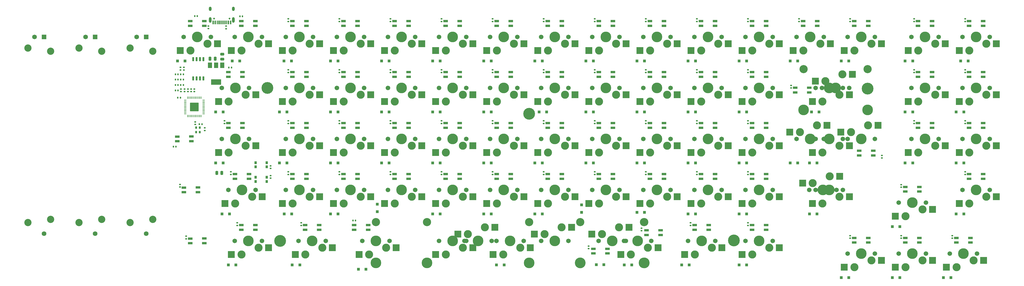
<source format=gbs>
G04 #@! TF.GenerationSoftware,KiCad,Pcbnew,6.0.2*
G04 #@! TF.CreationDate,2022-03-08T20:49:10-05:00*
G04 #@! TF.ProjectId,TbKB,54624b42-2e6b-4696-9361-645f70636258,0.0*
G04 #@! TF.SameCoordinates,Original*
G04 #@! TF.FileFunction,Soldermask,Bot*
G04 #@! TF.FilePolarity,Negative*
%FSLAX46Y46*%
G04 Gerber Fmt 4.6, Leading zero omitted, Abs format (unit mm)*
G04 Created by KiCad (PCBNEW 6.0.2) date 2022-03-08 20:49:10*
%MOMM*%
%LPD*%
G01*
G04 APERTURE LIST*
G04 Aperture macros list*
%AMRoundRect*
0 Rectangle with rounded corners*
0 $1 Rounding radius*
0 $2 $3 $4 $5 $6 $7 $8 $9 X,Y pos of 4 corners*
0 Add a 4 corners polygon primitive as box body*
4,1,4,$2,$3,$4,$5,$6,$7,$8,$9,$2,$3,0*
0 Add four circle primitives for the rounded corners*
1,1,$1+$1,$2,$3*
1,1,$1+$1,$4,$5*
1,1,$1+$1,$6,$7*
1,1,$1+$1,$8,$9*
0 Add four rect primitives between the rounded corners*
20,1,$1+$1,$2,$3,$4,$5,0*
20,1,$1+$1,$4,$5,$6,$7,0*
20,1,$1+$1,$6,$7,$8,$9,0*
20,1,$1+$1,$8,$9,$2,$3,0*%
G04 Aperture macros list end*
%ADD10O,1.000000X1.600000*%
%ADD11O,1.000000X2.100000*%
%ADD12R,0.600000X1.450000*%
%ADD13R,0.300000X1.450000*%
%ADD14C,0.650000*%
%ADD15R,1.800000X0.820000*%
%ADD16R,1.800000X0.850000*%
%ADD17C,3.987800*%
%ADD18C,3.000000*%
%ADD19C,1.701800*%
%ADD20R,2.550000X2.500000*%
%ADD21R,1.750000X1.750000*%
%ADD22C,1.750000*%
%ADD23C,2.700000*%
%ADD24C,3.048000*%
%ADD25C,3.050000*%
%ADD26C,4.000000*%
%ADD27RoundRect,0.140000X-0.170000X0.140000X-0.170000X-0.140000X0.170000X-0.140000X0.170000X0.140000X0*%
%ADD28RoundRect,0.250000X0.250000X0.475000X-0.250000X0.475000X-0.250000X-0.475000X0.250000X-0.475000X0*%
%ADD29R,1.100000X1.100000*%
%ADD30R,1.500000X2.000000*%
%ADD31R,3.800000X2.000000*%
%ADD32RoundRect,0.140000X-0.140000X-0.170000X0.140000X-0.170000X0.140000X0.170000X-0.140000X0.170000X0*%
%ADD33C,0.700000*%
%ADD34C,4.400000*%
%ADD35RoundRect,0.140000X0.170000X-0.140000X0.170000X0.140000X-0.170000X0.140000X-0.170000X-0.140000X0*%
%ADD36RoundRect,0.140000X0.140000X0.170000X-0.140000X0.170000X-0.140000X-0.170000X0.140000X-0.170000X0*%
%ADD37R,0.900000X1.000000*%
%ADD38RoundRect,0.150000X-0.150000X0.650000X-0.150000X-0.650000X0.150000X-0.650000X0.150000X0.650000X0*%
%ADD39R,0.660400X0.812800*%
%ADD40RoundRect,0.250000X0.475000X-0.250000X0.475000X0.250000X-0.475000X0.250000X-0.475000X-0.250000X0*%
%ADD41RoundRect,0.050000X0.387500X0.050000X-0.387500X0.050000X-0.387500X-0.050000X0.387500X-0.050000X0*%
%ADD42RoundRect,0.050000X0.050000X0.387500X-0.050000X0.387500X-0.050000X-0.387500X0.050000X-0.387500X0*%
%ADD43RoundRect,0.144000X1.456000X1.456000X-1.456000X1.456000X-1.456000X-1.456000X1.456000X-1.456000X0*%
G04 APERTURE END LIST*
D10*
G04 #@! TO.C,X1*
X108770000Y-23550000D03*
D11*
X108770000Y-27730000D03*
X100130000Y-27730000D03*
D10*
X100130000Y-23550000D03*
D12*
X101200000Y-28645000D03*
X102000000Y-28645000D03*
D13*
X102700000Y-28645000D03*
X103700000Y-28645000D03*
X105200000Y-28645000D03*
X106200000Y-28645000D03*
D12*
X106900000Y-28645000D03*
X107700000Y-28645000D03*
X107700000Y-28645000D03*
X106900000Y-28645000D03*
D13*
X105700000Y-28645000D03*
X104700000Y-28645000D03*
X104200000Y-28645000D03*
X103200000Y-28645000D03*
D12*
X102000000Y-28645000D03*
X101200000Y-28645000D03*
D14*
X101560000Y-27200000D03*
X107340000Y-27200000D03*
G04 #@! TD*
D15*
G04 #@! TO.C,D118*
X243025000Y-114932500D03*
X248275000Y-114932500D03*
D16*
X248275000Y-113177500D03*
D15*
X243025000Y-113182500D03*
G04 #@! TD*
G04 #@! TO.C,D130*
X206925118Y-29907500D03*
X212175118Y-29907500D03*
D16*
X212175118Y-28152500D03*
D15*
X206925118Y-28157500D03*
G04 #@! TD*
D17*
G04 #@! TO.C,K_47*
X111918750Y-91187500D03*
D18*
X115728750Y-93727500D03*
X109378750Y-96267500D03*
D19*
X116998750Y-91187500D03*
X106838750Y-91187500D03*
D20*
X105628750Y-96267500D03*
X119478750Y-93727500D03*
G04 #@! TD*
D18*
G04 #@! TO.C,K_57*
X302260000Y-96267500D03*
D19*
X309880000Y-91187500D03*
D18*
X308610000Y-93727500D03*
D17*
X304800000Y-91187500D03*
D19*
X299720000Y-91187500D03*
D20*
X298510000Y-96267500D03*
X312360000Y-93727500D03*
G04 #@! TD*
D18*
G04 #@! TO.C,K_4*
X168910000Y-39117500D03*
D17*
X171450000Y-34037500D03*
D19*
X166370000Y-34037500D03*
X176530000Y-34037500D03*
D18*
X175260000Y-36577500D03*
D20*
X165160000Y-39117500D03*
X179010000Y-36577500D03*
G04 #@! TD*
D19*
G04 #@! TO.C,K_12*
X318770000Y-34037500D03*
D18*
X327660000Y-36577500D03*
D19*
X328930000Y-34037500D03*
D18*
X321310000Y-39117500D03*
D17*
X323850000Y-34037500D03*
D20*
X317560000Y-39117500D03*
X331410000Y-36577500D03*
G04 #@! TD*
D15*
G04 #@! TO.C,D131*
X340275118Y-29907500D03*
X345525118Y-29907500D03*
D16*
X345525118Y-28152500D03*
D15*
X340275118Y-28157500D03*
G04 #@! TD*
G04 #@! TO.C,D78*
X383137618Y-87057500D03*
X388387618Y-87057500D03*
D16*
X388387618Y-85302500D03*
D15*
X383137618Y-85307500D03*
G04 #@! TD*
D19*
G04 #@! TO.C,K_39*
X271780000Y-72137500D03*
D18*
X264160000Y-77217500D03*
D17*
X266700000Y-72137500D03*
D18*
X270510000Y-74677500D03*
D19*
X261620000Y-72137500D03*
D20*
X260410000Y-77217500D03*
X274260000Y-74677500D03*
G04 #@! TD*
D18*
G04 #@! TO.C,K_55*
X270510000Y-93727500D03*
D19*
X261620000Y-91187500D03*
D18*
X264160000Y-96267500D03*
D19*
X271780000Y-91187500D03*
D17*
X266700000Y-91187500D03*
D20*
X260410000Y-96267500D03*
X274260000Y-93727500D03*
G04 #@! TD*
D15*
G04 #@! TO.C,D120*
X187875118Y-29907500D03*
X193125118Y-29907500D03*
D16*
X193125118Y-28152500D03*
D15*
X187875118Y-28157500D03*
G04 #@! TD*
G04 #@! TO.C,D125*
X302175118Y-68007500D03*
X307425118Y-68007500D03*
D16*
X307425118Y-66252500D03*
D15*
X302175118Y-66257500D03*
G04 #@! TD*
G04 #@! TO.C,D83*
X225975118Y-48957500D03*
X231225118Y-48957500D03*
D16*
X231225118Y-47202500D03*
D15*
X225975118Y-47207500D03*
G04 #@! TD*
G04 #@! TO.C,D137*
X359325118Y-91820000D03*
X364575118Y-91820000D03*
D16*
X364575118Y-90065000D03*
D15*
X359325118Y-90070000D03*
G04 #@! TD*
G04 #@! TO.C,D135*
X347405000Y-76575000D03*
X342155000Y-76575000D03*
D16*
X342155000Y-78330000D03*
D15*
X347405000Y-78325000D03*
G04 #@! TD*
G04 #@! TO.C,D121*
X321225118Y-29907500D03*
X326475118Y-29907500D03*
D16*
X326475118Y-28152500D03*
D15*
X321225118Y-28157500D03*
G04 #@! TD*
G04 #@! TO.C,D129*
X90243868Y-92062500D03*
X95493868Y-92062500D03*
D16*
X95493868Y-90307500D03*
D15*
X90243868Y-90312500D03*
G04 #@! TD*
D19*
G04 #@! TO.C,K_5*
X195580000Y-34037500D03*
X185420000Y-34037500D03*
D18*
X187960000Y-39117500D03*
X194310000Y-36577500D03*
D17*
X190500000Y-34037500D03*
D20*
X184210000Y-39117500D03*
X198060000Y-36577500D03*
G04 #@! TD*
D15*
G04 #@! TO.C,D111*
X302175118Y-29907500D03*
X307425118Y-29907500D03*
D16*
X307425118Y-28152500D03*
D15*
X302175118Y-28157500D03*
G04 #@! TD*
G04 #@! TO.C,D112*
X149775118Y-48957500D03*
X155025118Y-48957500D03*
D16*
X155025118Y-47202500D03*
D15*
X149775118Y-47207500D03*
G04 #@! TD*
G04 #@! TO.C,D76*
X364087618Y-68007500D03*
X369337618Y-68007500D03*
D16*
X369337618Y-66252500D03*
D15*
X364087618Y-66257500D03*
G04 #@! TD*
D19*
G04 #@! TO.C,K_16*
X104457500Y-53087500D03*
D18*
X106997500Y-58167500D03*
D17*
X109537500Y-53087500D03*
D18*
X113347500Y-55627500D03*
D19*
X114617500Y-53087500D03*
D20*
X103247500Y-58167500D03*
X117097500Y-55627500D03*
G04 #@! TD*
D18*
G04 #@! TO.C,K_26*
X302260000Y-58167500D03*
D19*
X299720000Y-53087500D03*
X309880000Y-53087500D03*
D17*
X304800000Y-53087500D03*
D18*
X308610000Y-55627500D03*
D20*
X298510000Y-58167500D03*
X312360000Y-55627500D03*
G04 #@! TD*
D18*
G04 #@! TO.C,K_63*
X141922500Y-112777500D03*
D19*
X133032500Y-110237500D03*
X143192500Y-110237500D03*
D17*
X138112500Y-110237500D03*
D18*
X135572500Y-115317500D03*
D20*
X131822500Y-115317500D03*
X145672500Y-112777500D03*
G04 #@! TD*
D15*
G04 #@! TO.C,D95*
X245025118Y-68007500D03*
X250275118Y-68007500D03*
D16*
X250275118Y-66252500D03*
D15*
X245025118Y-66257500D03*
G04 #@! TD*
G04 #@! TO.C,D104*
X130725118Y-68007500D03*
X135975118Y-68007500D03*
D16*
X135975118Y-66252500D03*
D15*
X130725118Y-66257500D03*
G04 #@! TD*
G04 #@! TO.C,D90*
X130725118Y-29912500D03*
X135975118Y-29912500D03*
D16*
X135975118Y-28157500D03*
D15*
X130725118Y-28162500D03*
G04 #@! TD*
D19*
G04 #@! TO.C,K_66*
X244951250Y-110237500D03*
D17*
X250031250Y-110237500D03*
D18*
X246221250Y-107697500D03*
X252571250Y-105157500D03*
D19*
X255111250Y-110237500D03*
D20*
X256321250Y-105157500D03*
X242471250Y-107697500D03*
G04 #@! TD*
D19*
G04 #@! TO.C,K_28*
X338455000Y-53087500D03*
D18*
X335915000Y-48007500D03*
X329565000Y-50547500D03*
D19*
X328295000Y-53087500D03*
D17*
X333375000Y-53087500D03*
D20*
X339665000Y-48007500D03*
X325815000Y-50547500D03*
G04 #@! TD*
D19*
G04 #@! TO.C,K_8*
X242570000Y-34037500D03*
X252730000Y-34037500D03*
D18*
X251460000Y-36577500D03*
D17*
X247650000Y-34037500D03*
D18*
X245110000Y-39117500D03*
D20*
X241360000Y-39117500D03*
X255210000Y-36577500D03*
G04 #@! TD*
D19*
G04 #@! TO.C,K_64*
X167005000Y-110237500D03*
X156845000Y-110237500D03*
D17*
X161925000Y-110237500D03*
D18*
X159385000Y-115317500D03*
X165735000Y-112777500D03*
D20*
X155635000Y-115317500D03*
X169485000Y-112777500D03*
G04 #@! TD*
D15*
G04 #@! TO.C,D94*
X106912618Y-68007500D03*
X112162618Y-68007500D03*
D16*
X112162618Y-66252500D03*
D15*
X106912618Y-66257500D03*
G04 #@! TD*
D19*
G04 #@! TO.C,K_59*
X325913750Y-91187500D03*
D18*
X334803750Y-93727500D03*
X328453750Y-96267500D03*
D17*
X330993750Y-91187500D03*
D19*
X336073750Y-91187500D03*
D20*
X324703750Y-96267500D03*
X338553750Y-93727500D03*
G04 #@! TD*
D17*
G04 #@! TO.C,K_65*
X228600000Y-110237500D03*
D19*
X233680000Y-110237500D03*
X223520000Y-110237500D03*
D18*
X231140000Y-105157500D03*
X224790000Y-107697500D03*
D20*
X234890000Y-105157500D03*
X221040000Y-107697500D03*
G04 #@! TD*
D15*
G04 #@! TO.C,D87*
X225975118Y-87057500D03*
X231225118Y-87057500D03*
D16*
X231225118Y-85302500D03*
D15*
X225975118Y-85307500D03*
G04 #@! TD*
D17*
G04 #@! TO.C,K_10*
X285750000Y-34037500D03*
D18*
X283210000Y-39117500D03*
X289560000Y-36577500D03*
D19*
X280670000Y-34037500D03*
X290830000Y-34037500D03*
D20*
X279460000Y-39117500D03*
X293310000Y-36577500D03*
G04 #@! TD*
D15*
G04 #@! TO.C,D100*
X149775118Y-29907500D03*
X155025118Y-29907500D03*
D16*
X155025118Y-28152500D03*
D15*
X149775118Y-28157500D03*
G04 #@! TD*
D19*
G04 #@! TO.C,K_20*
X185420000Y-53087500D03*
D18*
X187960000Y-58167500D03*
D17*
X190500000Y-53087500D03*
D18*
X194310000Y-55627500D03*
D19*
X195580000Y-53087500D03*
D20*
X184210000Y-58167500D03*
X198060000Y-55627500D03*
G04 #@! TD*
D15*
G04 #@! TO.C,D71*
X225975118Y-29907500D03*
X231225118Y-29907500D03*
D16*
X231225118Y-28152500D03*
D15*
X225975118Y-28157500D03*
G04 #@! TD*
D18*
G04 #@! TO.C,K_38*
X245110000Y-77217500D03*
D17*
X247650000Y-72137500D03*
D18*
X251460000Y-74677500D03*
D19*
X252730000Y-72137500D03*
X242570000Y-72137500D03*
D20*
X241360000Y-77217500D03*
X255210000Y-74677500D03*
G04 #@! TD*
D18*
G04 #@! TO.C,K_24*
X270510000Y-55627500D03*
D17*
X266700000Y-53087500D03*
D19*
X261620000Y-53087500D03*
D18*
X264160000Y-58167500D03*
D19*
X271780000Y-53087500D03*
D20*
X260410000Y-58167500D03*
X274260000Y-55627500D03*
G04 #@! TD*
D18*
G04 #@! TO.C,K_69*
X308610000Y-112777500D03*
D17*
X304800000Y-110237500D03*
D19*
X299720000Y-110237500D03*
D18*
X302260000Y-115317500D03*
D19*
X309880000Y-110237500D03*
D20*
X298510000Y-115317500D03*
X312360000Y-112777500D03*
G04 #@! TD*
D15*
G04 #@! TO.C,D107*
X264075118Y-87057500D03*
X269325118Y-87057500D03*
D16*
X269325118Y-85302500D03*
D15*
X264075118Y-85307500D03*
G04 #@! TD*
D19*
G04 #@! TO.C,K_27*
X325913750Y-53087500D03*
D17*
X330993750Y-53087500D03*
D18*
X334803750Y-55627500D03*
D19*
X336073750Y-53087500D03*
D18*
X328453750Y-58167500D03*
D20*
X324703750Y-58167500D03*
X338553750Y-55627500D03*
G04 #@! TD*
D17*
G04 #@! TO.C,K_1*
X114300000Y-34037500D03*
D19*
X119380000Y-34037500D03*
X109220000Y-34037500D03*
D18*
X111760000Y-39117500D03*
X118110000Y-36577500D03*
D20*
X108010000Y-39117500D03*
X121860000Y-36577500D03*
G04 #@! TD*
D15*
G04 #@! TO.C,D128*
X262825000Y-108032500D03*
X268075000Y-108032500D03*
D16*
X268075000Y-106277500D03*
D15*
X262825000Y-106282500D03*
G04 #@! TD*
G04 #@! TO.C,D70*
X97875118Y-28162500D03*
X92625118Y-28162500D03*
D16*
X92625118Y-29917500D03*
D15*
X97875118Y-29912500D03*
G04 #@! TD*
D18*
G04 #@! TO.C,K_53*
X232410000Y-93727500D03*
D19*
X233680000Y-91187500D03*
X223520000Y-91187500D03*
D17*
X228600000Y-91187500D03*
D18*
X226060000Y-96267500D03*
D20*
X222310000Y-96267500D03*
X236160000Y-93727500D03*
G04 #@! TD*
D15*
G04 #@! TO.C,D97*
X245025118Y-87057500D03*
X250275118Y-87057500D03*
D16*
X250275118Y-85302500D03*
D15*
X245025118Y-85307500D03*
G04 #@! TD*
G04 #@! TO.C,D72*
X364087618Y-29907500D03*
X369337618Y-29907500D03*
D16*
X369337618Y-28152500D03*
D15*
X364087618Y-28157500D03*
G04 #@! TD*
G04 #@! TO.C,D119*
X92625118Y-111112500D03*
X97875118Y-111112500D03*
D16*
X97875118Y-109357500D03*
D15*
X92625118Y-109362500D03*
G04 #@! TD*
D21*
G04 #@! TO.C,RV1*
X76200000Y-34037500D03*
D22*
X72700000Y-34037500D03*
X76200000Y-107537500D03*
D23*
X70250000Y-103387500D03*
X78650000Y-102187500D03*
X70250000Y-38187500D03*
X78650000Y-39387500D03*
G04 #@! TD*
D15*
G04 #@! TO.C,D84*
X383137618Y-48957500D03*
X388387618Y-48957500D03*
D16*
X388387618Y-47202500D03*
D15*
X383137618Y-47207500D03*
G04 #@! TD*
G04 #@! TO.C,D85*
X225975118Y-68007500D03*
X231225118Y-68007500D03*
D16*
X231225118Y-66252500D03*
D15*
X225975118Y-66257500D03*
G04 #@! TD*
D18*
G04 #@! TO.C,K_space1*
X209391250Y-115317500D03*
D19*
X206851250Y-110237500D03*
D18*
X215741250Y-112777500D03*
D19*
X217011250Y-110237500D03*
D17*
X211931250Y-110237500D03*
D20*
X205641250Y-115317500D03*
X219491250Y-112777500D03*
G04 #@! TD*
D19*
G04 #@! TO.C,K_51*
X195580000Y-91187500D03*
D18*
X194310000Y-93727500D03*
D17*
X190500000Y-91187500D03*
D18*
X187960000Y-96267500D03*
D19*
X185420000Y-91187500D03*
D20*
X184210000Y-96267500D03*
X198060000Y-93727500D03*
G04 #@! TD*
D19*
G04 #@! TO.C,K_49*
X157480000Y-91187500D03*
X147320000Y-91187500D03*
D17*
X152400000Y-91187500D03*
D18*
X156210000Y-93727500D03*
X149860000Y-96267500D03*
D20*
X146110000Y-96267500D03*
X159960000Y-93727500D03*
G04 #@! TD*
D15*
G04 #@! TO.C,D74*
X364087618Y-48957500D03*
X369337618Y-48957500D03*
D16*
X369337618Y-47202500D03*
D15*
X364087618Y-47207500D03*
G04 #@! TD*
G04 #@! TO.C,D86*
X383137618Y-68007500D03*
X388387618Y-68007500D03*
D16*
X388387618Y-66252500D03*
D15*
X383137618Y-66257500D03*
G04 #@! TD*
G04 #@! TO.C,D88*
X111675118Y-106107500D03*
X116925118Y-106107500D03*
D16*
X116925118Y-104352500D03*
D15*
X111675118Y-104357500D03*
G04 #@! TD*
D17*
G04 #@! TO.C,K_19*
X171450000Y-53087500D03*
D18*
X168910000Y-58167500D03*
D19*
X166370000Y-53087500D03*
D18*
X175260000Y-55627500D03*
D19*
X176530000Y-53087500D03*
D20*
X165160000Y-58167500D03*
X179010000Y-55627500D03*
G04 #@! TD*
D24*
G04 #@! TO.C,2U_STAB*
X321437000Y-46102500D03*
D17*
X345313000Y-61312500D03*
X321437000Y-61312500D03*
D24*
X345313000Y-46102500D03*
G04 #@! TD*
D19*
G04 #@! TO.C,K_43*
X336073750Y-72137500D03*
D17*
X330993750Y-72137500D03*
D18*
X328453750Y-77217500D03*
D19*
X325913750Y-72137500D03*
D18*
X334803750Y-74677500D03*
D20*
X324703750Y-77217500D03*
X338553750Y-74677500D03*
G04 #@! TD*
D15*
G04 #@! TO.C,D79*
X302175118Y-106107500D03*
X307425118Y-106107500D03*
D16*
X307425118Y-104352500D03*
D15*
X302175118Y-104357500D03*
G04 #@! TD*
D25*
G04 #@! TO.C,U41*
X238093250Y-103237500D03*
D26*
X261969250Y-118477500D03*
X238093250Y-118477500D03*
D25*
X261969250Y-103237500D03*
G04 #@! TD*
D15*
G04 #@! TO.C,D134*
X187875118Y-68007500D03*
X193125118Y-68007500D03*
D16*
X193125118Y-66252500D03*
D15*
X187875118Y-66257500D03*
G04 #@! TD*
D17*
G04 #@! TO.C,K_17*
X133350000Y-53087500D03*
D19*
X138430000Y-53087500D03*
D18*
X137160000Y-55627500D03*
X130810000Y-58167500D03*
D19*
X128270000Y-53087500D03*
D20*
X127060000Y-58167500D03*
X140910000Y-55627500D03*
G04 #@! TD*
D19*
G04 #@! TO.C,K_0*
X90170000Y-34037500D03*
X100330000Y-34037500D03*
D18*
X99060000Y-36577500D03*
X92710000Y-39117500D03*
D17*
X95250000Y-34037500D03*
D20*
X88960000Y-39117500D03*
X102810000Y-36577500D03*
G04 #@! TD*
D15*
G04 #@! TO.C,D127*
X302175118Y-87057500D03*
X307425118Y-87057500D03*
D16*
X307425118Y-85302500D03*
D15*
X302175118Y-85307500D03*
G04 #@! TD*
D18*
G04 #@! TO.C,K_52*
X207010000Y-96267500D03*
D19*
X214630000Y-91187500D03*
D17*
X209550000Y-91187500D03*
D18*
X213360000Y-93727500D03*
D19*
X204470000Y-91187500D03*
D20*
X203260000Y-96267500D03*
X217110000Y-93727500D03*
G04 #@! TD*
D19*
G04 #@! TO.C,K_33*
X157480000Y-72137500D03*
D18*
X149860000Y-77217500D03*
D19*
X147320000Y-72137500D03*
D17*
X152400000Y-72137500D03*
D18*
X156210000Y-74677500D03*
D20*
X146110000Y-77217500D03*
X159960000Y-74677500D03*
G04 #@! TD*
D15*
G04 #@! TO.C,D80*
X111675118Y-29912500D03*
X116925118Y-29912500D03*
D16*
X116925118Y-28157500D03*
D15*
X111675118Y-28162500D03*
G04 #@! TD*
G04 #@! TO.C,D136*
X187875118Y-87057500D03*
X193125118Y-87057500D03*
D16*
X193125118Y-85302500D03*
D15*
X187875118Y-85307500D03*
G04 #@! TD*
G04 #@! TO.C,D133*
X318250000Y-54750000D03*
X323500000Y-54750000D03*
D16*
X323500000Y-52995000D03*
D15*
X318250000Y-53000000D03*
G04 #@! TD*
G04 #@! TO.C,D98*
X135487618Y-106107500D03*
X140737618Y-106107500D03*
D16*
X140737618Y-104352500D03*
D15*
X135487618Y-104357500D03*
G04 #@! TD*
G04 #@! TO.C,D122*
X168825118Y-48957500D03*
X174075118Y-48957500D03*
D16*
X174075118Y-47202500D03*
D15*
X168825118Y-47207500D03*
G04 #@! TD*
D18*
G04 #@! TO.C,K_space1*
X194310000Y-112777500D03*
D19*
X185420000Y-110237500D03*
D18*
X187960000Y-115317500D03*
D17*
X190500000Y-110237500D03*
D19*
X195580000Y-110237500D03*
D20*
X184210000Y-115317500D03*
X198060000Y-112777500D03*
G04 #@! TD*
D21*
G04 #@! TO.C,RV2*
X57150000Y-34037500D03*
D22*
X53650000Y-34037500D03*
X57150000Y-107537500D03*
D23*
X59600000Y-102187500D03*
X51200000Y-38187500D03*
X51200000Y-103387500D03*
X59600000Y-39387500D03*
G04 #@! TD*
D19*
G04 #@! TO.C,K_45*
X371792500Y-72137500D03*
D17*
X366712500Y-72137500D03*
D18*
X364172500Y-77217500D03*
X370522500Y-74677500D03*
D19*
X361632500Y-72137500D03*
D20*
X360422500Y-77217500D03*
X374272500Y-74677500D03*
G04 #@! TD*
D19*
G04 #@! TO.C,K_62*
X109220000Y-110237500D03*
D18*
X118110000Y-112777500D03*
X111760000Y-115317500D03*
D19*
X119380000Y-110237500D03*
D17*
X114300000Y-110237500D03*
D20*
X108010000Y-115317500D03*
X121860000Y-112777500D03*
G04 #@! TD*
D17*
G04 #@! TO.C,K_21*
X209550000Y-53087500D03*
D18*
X213360000Y-55627500D03*
D19*
X214630000Y-53087500D03*
X204470000Y-53087500D03*
D18*
X207010000Y-58167500D03*
D20*
X203260000Y-58167500D03*
X217110000Y-55627500D03*
G04 #@! TD*
D15*
G04 #@! TO.C,D91*
X264075118Y-29907500D03*
X269325118Y-29907500D03*
D16*
X269325118Y-28152500D03*
D15*
X264075118Y-28157500D03*
G04 #@! TD*
D19*
G04 #@! TO.C,K_7*
X233680000Y-34037500D03*
D17*
X228600000Y-34037500D03*
D19*
X223520000Y-34037500D03*
D18*
X232410000Y-36577500D03*
X226060000Y-39117500D03*
D20*
X222310000Y-39117500D03*
X236160000Y-36577500D03*
G04 #@! TD*
D17*
G04 #@! TO.C,K_22*
X228600000Y-53087500D03*
D18*
X232410000Y-55627500D03*
D19*
X223520000Y-53087500D03*
D18*
X226060000Y-58167500D03*
D19*
X233680000Y-53087500D03*
D20*
X222310000Y-58167500D03*
X236160000Y-55627500D03*
G04 #@! TD*
D15*
G04 #@! TO.C,D101*
X283125118Y-29907500D03*
X288375118Y-29907500D03*
D16*
X288375118Y-28152500D03*
D15*
X283125118Y-28157500D03*
G04 #@! TD*
G04 #@! TO.C,D108*
X153825000Y-106107500D03*
X159075000Y-106107500D03*
D16*
X159075000Y-104352500D03*
D15*
X153825000Y-104357500D03*
G04 #@! TD*
D18*
G04 #@! TO.C,K_3*
X156210000Y-36577500D03*
D19*
X147320000Y-34037500D03*
X157480000Y-34037500D03*
D17*
X152400000Y-34037500D03*
D18*
X149860000Y-39117500D03*
D20*
X146110000Y-39117500D03*
X159960000Y-36577500D03*
G04 #@! TD*
D19*
G04 #@! TO.C,K_48*
X128270000Y-91187500D03*
D18*
X130810000Y-96267500D03*
D19*
X138430000Y-91187500D03*
D18*
X137160000Y-93727500D03*
D17*
X133350000Y-91187500D03*
D20*
X127060000Y-96267500D03*
X140910000Y-93727500D03*
G04 #@! TD*
D15*
G04 #@! TO.C,D89*
X340275118Y-110870000D03*
X345525118Y-110870000D03*
D16*
X345525118Y-109115000D03*
D15*
X340275118Y-109120000D03*
G04 #@! TD*
G04 #@! TO.C,D123*
X302175118Y-48957500D03*
X307425118Y-48957500D03*
D16*
X307425118Y-47202500D03*
D15*
X302175118Y-47207500D03*
G04 #@! TD*
D17*
G04 #@! TO.C,K_34*
X171450000Y-72137500D03*
D19*
X166370000Y-72137500D03*
D18*
X175260000Y-74677500D03*
D19*
X176530000Y-72137500D03*
D18*
X168910000Y-77217500D03*
D20*
X165160000Y-77217500D03*
X179010000Y-74677500D03*
G04 #@! TD*
D17*
G04 #@! TO.C,K_11*
X304800000Y-34037500D03*
D19*
X299720000Y-34037500D03*
D18*
X302260000Y-39117500D03*
D19*
X309880000Y-34037500D03*
D18*
X308610000Y-36577500D03*
D20*
X298510000Y-39117500D03*
X312360000Y-36577500D03*
G04 #@! TD*
D15*
G04 #@! TO.C,D92*
X106912618Y-48957500D03*
X112162618Y-48957500D03*
D16*
X112162618Y-47202500D03*
D15*
X106912618Y-47207500D03*
G04 #@! TD*
G04 #@! TO.C,D73*
X206925118Y-48957500D03*
X212175118Y-48957500D03*
D16*
X212175118Y-47202500D03*
D15*
X206925118Y-47207500D03*
G04 #@! TD*
D19*
G04 #@! TO.C,K_54*
X242570000Y-91187500D03*
D17*
X247650000Y-91187500D03*
D18*
X251460000Y-93727500D03*
X245110000Y-96267500D03*
D19*
X252730000Y-91187500D03*
D20*
X241360000Y-96267500D03*
X255210000Y-93727500D03*
G04 #@! TD*
D18*
G04 #@! TO.C,K_71*
X359410000Y-120080000D03*
X365760000Y-117540000D03*
D17*
X361950000Y-115000000D03*
D19*
X356870000Y-115000000D03*
X367030000Y-115000000D03*
D20*
X355660000Y-120080000D03*
X369510000Y-117540000D03*
G04 #@! TD*
D19*
G04 #@! TO.C,K_31*
X104457500Y-72137500D03*
D18*
X113347500Y-74677500D03*
D19*
X114617500Y-72137500D03*
D17*
X109537500Y-72137500D03*
D18*
X106997500Y-77217500D03*
D20*
X103247500Y-77217500D03*
X117097500Y-74677500D03*
G04 #@! TD*
D18*
G04 #@! TO.C,K_58*
X324802500Y-88647500D03*
D17*
X328612500Y-91187500D03*
D18*
X331152500Y-86107500D03*
D19*
X323532500Y-91187500D03*
X333692500Y-91187500D03*
D20*
X334902500Y-86107500D03*
X321052500Y-88647500D03*
G04 #@! TD*
D17*
G04 #@! TO.C,K_35*
X190500000Y-72137500D03*
D19*
X185420000Y-72137500D03*
D18*
X194310000Y-74677500D03*
D19*
X195580000Y-72137500D03*
D18*
X187960000Y-77217500D03*
D20*
X184210000Y-77217500D03*
X198060000Y-74677500D03*
G04 #@! TD*
D15*
G04 #@! TO.C,D132*
X187875118Y-48957500D03*
X193125118Y-48957500D03*
D16*
X193125118Y-47202500D03*
D15*
X187875118Y-47207500D03*
G04 #@! TD*
G04 #@! TO.C,D105*
X264075118Y-68007500D03*
X269325118Y-68007500D03*
D16*
X269325118Y-66252500D03*
D15*
X264075118Y-66257500D03*
G04 #@! TD*
G04 #@! TO.C,D96*
X109293868Y-87057500D03*
X114543868Y-87057500D03*
D16*
X114543868Y-85302500D03*
D15*
X109293868Y-85307500D03*
G04 #@! TD*
D18*
G04 #@! TO.C,K_15*
X383222500Y-39117500D03*
X389572500Y-36577500D03*
D17*
X385762500Y-34037500D03*
D19*
X390842500Y-34037500D03*
X380682500Y-34037500D03*
D20*
X379472500Y-39117500D03*
X393322500Y-36577500D03*
G04 #@! TD*
D15*
G04 #@! TO.C,D106*
X130725118Y-87057500D03*
X135975118Y-87057500D03*
D16*
X135975118Y-85302500D03*
D15*
X130725118Y-85307500D03*
G04 #@! TD*
D18*
G04 #@! TO.C,K_18*
X156210000Y-55627500D03*
D17*
X152400000Y-53087500D03*
D19*
X147320000Y-53087500D03*
D18*
X149860000Y-58167500D03*
D19*
X157480000Y-53087500D03*
D20*
X146110000Y-58167500D03*
X159960000Y-55627500D03*
G04 #@! TD*
D15*
G04 #@! TO.C,D103*
X264075118Y-48957500D03*
X269325118Y-48957500D03*
D16*
X269325118Y-47202500D03*
D15*
X264075118Y-47207500D03*
G04 #@! TD*
D19*
G04 #@! TO.C,K_61*
X367030000Y-95950000D03*
D18*
X359410000Y-101030000D03*
D19*
X356870000Y-95950000D03*
D18*
X365760000Y-98490000D03*
D17*
X361950000Y-95950000D03*
D20*
X355660000Y-101030000D03*
X369510000Y-98490000D03*
G04 #@! TD*
D19*
G04 #@! TO.C,K_60*
X380682500Y-91187500D03*
D17*
X385762500Y-91187500D03*
D18*
X383222500Y-96267500D03*
D19*
X390842500Y-91187500D03*
D18*
X389572500Y-93727500D03*
D20*
X379472500Y-96267500D03*
X393322500Y-93727500D03*
G04 #@! TD*
D18*
G04 #@! TO.C,K_70*
X346710000Y-117540000D03*
X340360000Y-120080000D03*
D19*
X337820000Y-115000000D03*
D17*
X342900000Y-115000000D03*
D19*
X347980000Y-115000000D03*
D20*
X336610000Y-120080000D03*
X350460000Y-117540000D03*
G04 #@! TD*
D15*
G04 #@! TO.C,D82*
X383137618Y-29907500D03*
X388387618Y-29907500D03*
D16*
X388387618Y-28152500D03*
D15*
X383137618Y-28157500D03*
G04 #@! TD*
D21*
G04 #@! TO.C,RV3*
X38100000Y-34037500D03*
D22*
X34600000Y-34037500D03*
X38100000Y-107537500D03*
D23*
X40550000Y-102187500D03*
X32150000Y-38187500D03*
X32150000Y-103387500D03*
X40550000Y-39387500D03*
G04 #@! TD*
D15*
G04 #@! TO.C,D110*
X168825118Y-29907500D03*
X174075118Y-29907500D03*
D16*
X174075118Y-28152500D03*
D15*
X168825118Y-28157500D03*
G04 #@! TD*
D17*
G04 #@! TO.C,K_14*
X366712500Y-34037500D03*
D19*
X371792500Y-34037500D03*
D18*
X370522500Y-36577500D03*
D19*
X361632500Y-34037500D03*
D18*
X364172500Y-39117500D03*
D20*
X360422500Y-39117500D03*
X374272500Y-36577500D03*
G04 #@! TD*
D19*
G04 #@! TO.C,K_36*
X214630000Y-72137500D03*
D17*
X209550000Y-72137500D03*
D18*
X213360000Y-74677500D03*
X207010000Y-77217500D03*
D19*
X204470000Y-72137500D03*
D20*
X203260000Y-77217500D03*
X217110000Y-74677500D03*
G04 #@! TD*
D15*
G04 #@! TO.C,D115*
X283125118Y-68007500D03*
X288375118Y-68007500D03*
D16*
X288375118Y-66252500D03*
D15*
X283125118Y-66257500D03*
G04 #@! TD*
G04 #@! TO.C,D93*
X245025118Y-48957500D03*
X250275118Y-48957500D03*
D16*
X250275118Y-47202500D03*
D15*
X245025118Y-47207500D03*
G04 #@! TD*
G04 #@! TO.C,D117*
X283125118Y-87057500D03*
X288375118Y-87057500D03*
D16*
X288375118Y-85302500D03*
D15*
X283125118Y-85307500D03*
G04 #@! TD*
G04 #@! TO.C,D77*
X206925118Y-87057500D03*
X212175118Y-87057500D03*
D16*
X212175118Y-85302500D03*
D15*
X206925118Y-85307500D03*
G04 #@! TD*
G04 #@! TO.C,D99*
X359325118Y-110870000D03*
X364575118Y-110870000D03*
D16*
X364575118Y-109115000D03*
D15*
X359325118Y-109120000D03*
G04 #@! TD*
G04 #@! TO.C,D116*
X149775118Y-87057500D03*
X155025118Y-87057500D03*
D16*
X155025118Y-85302500D03*
D15*
X149775118Y-85307500D03*
G04 #@! TD*
D18*
G04 #@! TO.C,K_50*
X168910000Y-96267500D03*
D17*
X171450000Y-91187500D03*
D18*
X175260000Y-93727500D03*
D19*
X176530000Y-91187500D03*
X166370000Y-91187500D03*
D20*
X165160000Y-96267500D03*
X179010000Y-93727500D03*
G04 #@! TD*
D19*
G04 #@! TO.C,K_46*
X390842500Y-72137500D03*
D18*
X389572500Y-74677500D03*
D19*
X380682500Y-72137500D03*
D18*
X383222500Y-77217500D03*
D17*
X385762500Y-72137500D03*
D20*
X379472500Y-77217500D03*
X393322500Y-74677500D03*
G04 #@! TD*
D19*
G04 #@! TO.C,K_30*
X390842500Y-53087500D03*
D18*
X383222500Y-58167500D03*
D17*
X385762500Y-53087500D03*
D18*
X389572500Y-55627500D03*
D19*
X380682500Y-53087500D03*
D20*
X379472500Y-58167500D03*
X393322500Y-55627500D03*
G04 #@! TD*
D19*
G04 #@! TO.C,K_42*
X318770000Y-72137500D03*
D18*
X320040000Y-69597500D03*
D19*
X328930000Y-72137500D03*
D17*
X323850000Y-72137500D03*
D18*
X326390000Y-67057500D03*
D20*
X330140000Y-67057500D03*
X316290000Y-69597500D03*
G04 #@! TD*
D19*
G04 #@! TO.C,K_9*
X271780000Y-34037500D03*
D17*
X266700000Y-34037500D03*
D18*
X264160000Y-39117500D03*
X270510000Y-36577500D03*
D19*
X261620000Y-34037500D03*
D20*
X260410000Y-39117500D03*
X274260000Y-36577500D03*
G04 #@! TD*
D18*
G04 #@! TO.C,K_2*
X137160000Y-36577500D03*
D19*
X128270000Y-34037500D03*
D18*
X130810000Y-39117500D03*
D17*
X133350000Y-34037500D03*
D19*
X138430000Y-34037500D03*
D20*
X127060000Y-39117500D03*
X140910000Y-36577500D03*
G04 #@! TD*
D18*
G04 #@! TO.C,K_40*
X283210000Y-77217500D03*
D19*
X290830000Y-72137500D03*
X280670000Y-72137500D03*
D18*
X289560000Y-74677500D03*
D17*
X285750000Y-72137500D03*
D20*
X279460000Y-77217500D03*
X293310000Y-74677500D03*
G04 #@! TD*
D15*
G04 #@! TO.C,D138*
X280743868Y-106107500D03*
X285993868Y-106107500D03*
D16*
X285993868Y-104352500D03*
D15*
X280743868Y-104357500D03*
G04 #@! TD*
D18*
G04 #@! TO.C,K_41*
X302260000Y-77217500D03*
D19*
X299720000Y-72137500D03*
D17*
X304800000Y-72137500D03*
D18*
X308610000Y-74677500D03*
D19*
X309880000Y-72137500D03*
D20*
X298510000Y-77217500D03*
X312360000Y-74677500D03*
G04 #@! TD*
D19*
G04 #@! TO.C,K_6*
X204470000Y-34037500D03*
D18*
X213360000Y-36577500D03*
D17*
X209550000Y-34037500D03*
D19*
X214630000Y-34037500D03*
D18*
X207010000Y-39117500D03*
D20*
X203260000Y-39117500D03*
X217110000Y-36577500D03*
G04 #@! TD*
D19*
G04 #@! TO.C,K_56*
X290830000Y-91187500D03*
D18*
X283210000Y-96267500D03*
X289560000Y-93727500D03*
D19*
X280670000Y-91187500D03*
D17*
X285750000Y-91187500D03*
D20*
X279460000Y-96267500D03*
X293310000Y-93727500D03*
G04 #@! TD*
D19*
G04 #@! TO.C,K_13*
X337820000Y-34037500D03*
D18*
X346710000Y-36577500D03*
X340360000Y-39117500D03*
D19*
X347980000Y-34037500D03*
D17*
X342900000Y-34037500D03*
D20*
X336610000Y-39117500D03*
X350460000Y-36577500D03*
G04 #@! TD*
D18*
G04 #@! TO.C,K_72*
X378460000Y-120080000D03*
D17*
X381000000Y-115000000D03*
D19*
X375920000Y-115000000D03*
D18*
X384810000Y-117540000D03*
D19*
X386080000Y-115000000D03*
D20*
X374710000Y-120080000D03*
X388560000Y-117540000D03*
G04 #@! TD*
D18*
G04 #@! TO.C,K_space1*
X196215000Y-107697500D03*
D17*
X200025000Y-110237500D03*
D19*
X205105000Y-110237500D03*
X194945000Y-110237500D03*
D18*
X202565000Y-105157500D03*
D20*
X206315000Y-105157500D03*
X192465000Y-107697500D03*
G04 #@! TD*
D18*
G04 #@! TO.C,K_32*
X130810000Y-77217500D03*
X137160000Y-74677500D03*
D19*
X128270000Y-72137500D03*
D17*
X133350000Y-72137500D03*
D19*
X138430000Y-72137500D03*
D20*
X127060000Y-77217500D03*
X140910000Y-74677500D03*
G04 #@! TD*
D17*
G04 #@! TO.C,6.25U SPACE STAB*
X161931250Y-118462500D03*
X261931250Y-118462500D03*
D24*
X161931250Y-103252500D03*
X261931250Y-103252500D03*
G04 #@! TD*
D15*
G04 #@! TO.C,D124*
X168825118Y-68007500D03*
X174075118Y-68007500D03*
D16*
X174075118Y-66252500D03*
D15*
X168825118Y-66257500D03*
G04 #@! TD*
G04 #@! TO.C,D102*
X130725118Y-48957500D03*
X135975118Y-48957500D03*
D16*
X135975118Y-47202500D03*
D15*
X130725118Y-47207500D03*
G04 #@! TD*
G04 #@! TO.C,D113*
X283125118Y-48957500D03*
X288375118Y-48957500D03*
D16*
X288375118Y-47202500D03*
D15*
X283125118Y-47207500D03*
G04 #@! TD*
G04 #@! TO.C,D126*
X168825118Y-87057500D03*
X174075118Y-87057500D03*
D16*
X174075118Y-85302500D03*
D15*
X168825118Y-85307500D03*
G04 #@! TD*
G04 #@! TO.C,D109*
X378375118Y-110870000D03*
X383625118Y-110870000D03*
D16*
X383625118Y-109115000D03*
D15*
X378375118Y-109120000D03*
G04 #@! TD*
G04 #@! TO.C,D114*
X149775118Y-68007500D03*
X155025118Y-68007500D03*
D16*
X155025118Y-66252500D03*
D15*
X149775118Y-66257500D03*
G04 #@! TD*
G04 #@! TO.C,D81*
X245025118Y-29907500D03*
X250275118Y-29907500D03*
D16*
X250275118Y-28152500D03*
D15*
X245025118Y-28157500D03*
G04 #@! TD*
D19*
G04 #@! TO.C,K_44*
X337820000Y-72137500D03*
D17*
X342900000Y-72137500D03*
D18*
X345440000Y-67057500D03*
D19*
X347980000Y-72137500D03*
D18*
X339090000Y-69597500D03*
D20*
X349190000Y-67057500D03*
X335340000Y-69597500D03*
G04 #@! TD*
D19*
G04 #@! TO.C,K_29*
X361632500Y-53087500D03*
D17*
X366712500Y-53087500D03*
D19*
X371792500Y-53087500D03*
D18*
X364172500Y-58167500D03*
X370522500Y-55627500D03*
D20*
X360422500Y-58167500D03*
X374272500Y-55627500D03*
G04 #@! TD*
D18*
G04 #@! TO.C,K_37*
X226060000Y-77217500D03*
D19*
X233680000Y-72137500D03*
X223520000Y-72137500D03*
D17*
X228600000Y-72137500D03*
D18*
X232410000Y-74677500D03*
D20*
X222310000Y-77217500D03*
X236160000Y-74677500D03*
G04 #@! TD*
D15*
G04 #@! TO.C,D139*
X87862618Y-73012500D03*
X93112618Y-73012500D03*
D16*
X93112618Y-71257500D03*
D15*
X87862618Y-71262500D03*
G04 #@! TD*
D19*
G04 #@! TO.C,K_25*
X280670000Y-53087500D03*
X290830000Y-53087500D03*
D18*
X289560000Y-55627500D03*
X283210000Y-58167500D03*
D17*
X285750000Y-53087500D03*
D20*
X279460000Y-58167500D03*
X293310000Y-55627500D03*
G04 #@! TD*
D17*
G04 #@! TO.C,K_23*
X247650000Y-53087500D03*
D19*
X252730000Y-53087500D03*
D18*
X251460000Y-55627500D03*
D19*
X242570000Y-53087500D03*
D18*
X245110000Y-58167500D03*
D20*
X241360000Y-58167500D03*
X255210000Y-55627500D03*
G04 #@! TD*
D17*
G04 #@! TO.C,K_68*
X283368750Y-110237500D03*
D19*
X288448750Y-110237500D03*
X278288750Y-110237500D03*
D18*
X280828750Y-115317500D03*
X287178750Y-112777500D03*
D20*
X277078750Y-115317500D03*
X290928750Y-112777500D03*
G04 #@! TD*
D17*
G04 #@! TO.C,3U SPACE STAB*
X180975000Y-118462500D03*
X219075000Y-118462500D03*
D24*
X180975000Y-103252500D03*
X219075000Y-103252500D03*
G04 #@! TD*
D19*
G04 #@! TO.C,K_67*
X264636250Y-110237500D03*
D18*
X263366250Y-112777500D03*
X257016250Y-115317500D03*
D17*
X259556250Y-110237500D03*
D19*
X254476250Y-110237500D03*
D20*
X253266250Y-115317500D03*
X267116250Y-112777500D03*
G04 #@! TD*
D15*
G04 #@! TO.C,D75*
X206925118Y-68007500D03*
X212175118Y-68007500D03*
D16*
X212175118Y-66252500D03*
D15*
X206925118Y-66257500D03*
G04 #@! TD*
D27*
G04 #@! TO.C,C40*
X241250000Y-112170000D03*
X241250000Y-113130000D03*
G04 #@! TD*
D28*
G04 #@! TO.C,C1*
X101940000Y-42180000D03*
X100040000Y-42180000D03*
G04 #@! TD*
D29*
G04 #@! TO.C,D69*
X376400000Y-124000000D03*
X373600000Y-124000000D03*
G04 #@! TD*
G04 #@! TO.C,D4*
X107318750Y-100187500D03*
X104518750Y-100187500D03*
G04 #@! TD*
D30*
G04 #@! TO.C,U1*
X99980000Y-44630000D03*
D31*
X102280000Y-50930000D03*
D30*
X102280000Y-44630000D03*
X104580000Y-44630000D03*
G04 #@! TD*
D29*
G04 #@! TO.C,D12*
X147800000Y-62087500D03*
X145000000Y-62087500D03*
G04 #@! TD*
G04 #@! TO.C,D0*
X90750000Y-43037500D03*
X87950000Y-43037500D03*
G04 #@! TD*
D27*
G04 #@! TO.C,C43*
X205455000Y-27303500D03*
X205455000Y-28263500D03*
G04 #@! TD*
G04 #@! TO.C,C21*
X338805000Y-27303500D03*
X338805000Y-28263500D03*
G04 #@! TD*
D29*
G04 #@! TO.C,D55*
X319250000Y-81137500D03*
X316450000Y-81137500D03*
G04 #@! TD*
G04 #@! TO.C,D24*
X209712500Y-119237500D03*
X206912500Y-119237500D03*
G04 #@! TD*
G04 #@! TO.C,D37*
X238600000Y-99600000D03*
X238600000Y-96800000D03*
G04 #@! TD*
D27*
G04 #@! TO.C,C87*
X381667500Y-84453500D03*
X381667500Y-85413500D03*
G04 #@! TD*
G04 #@! TO.C,C56*
X186405000Y-27303500D03*
X186405000Y-28263500D03*
G04 #@! TD*
D29*
G04 #@! TO.C,D19*
X162450000Y-99350000D03*
X162450000Y-96550000D03*
G04 #@! TD*
D32*
G04 #@! TO.C,C13*
X87120000Y-48000000D03*
X88080000Y-48000000D03*
G04 #@! TD*
D27*
G04 #@! TO.C,C78*
X300705000Y-65403500D03*
X300705000Y-66363500D03*
G04 #@! TD*
D29*
G04 #@! TO.C,D34*
X243050000Y-43037500D03*
X240250000Y-43037500D03*
G04 #@! TD*
D33*
G04 #@! TO.C,H3*
X345313000Y-54962500D03*
D34*
X345313000Y-53312500D03*
D33*
X346963000Y-53312500D03*
X343663000Y-53312500D03*
X346479726Y-54479226D03*
X345313000Y-51662500D03*
X344146274Y-52145774D03*
X346479726Y-52145774D03*
X344146274Y-54479226D03*
G04 #@! TD*
D35*
G04 #@! TO.C,C7*
X89200000Y-54480000D03*
X89200000Y-53520000D03*
G04 #@! TD*
G04 #@! TO.C,C3*
X90250000Y-46380000D03*
X90250000Y-45420000D03*
G04 #@! TD*
D29*
G04 #@! TO.C,D52*
X300200000Y-119237500D03*
X297400000Y-119237500D03*
G04 #@! TD*
D27*
G04 #@! TO.C,C29*
X224505000Y-46353500D03*
X224505000Y-47313500D03*
G04 #@! TD*
D32*
G04 #@! TO.C,C15*
X89120000Y-50000000D03*
X90080000Y-50000000D03*
G04 #@! TD*
D29*
G04 #@! TO.C,D32*
X224000000Y-100187500D03*
X221200000Y-100187500D03*
G04 #@! TD*
D33*
G04 #@! TO.C,H4*
X296566726Y-111266726D03*
X294233274Y-111266726D03*
X293750000Y-110100000D03*
X296566726Y-108933274D03*
D34*
X295400000Y-110100000D03*
D33*
X295400000Y-111750000D03*
X294233274Y-108933274D03*
X297050000Y-110100000D03*
X295400000Y-108450000D03*
G04 #@! TD*
D29*
G04 #@! TO.C,D15*
X158200000Y-120800000D03*
X155400000Y-120800000D03*
G04 #@! TD*
D27*
G04 #@! TO.C,C62*
X357855000Y-89216000D03*
X357855000Y-90176000D03*
G04 #@! TD*
D35*
G04 #@! TO.C,C74*
X350650000Y-79280000D03*
X350650000Y-78320000D03*
G04 #@! TD*
D27*
G04 #@! TO.C,C39*
X319755000Y-27303500D03*
X319755000Y-28263500D03*
G04 #@! TD*
G04 #@! TO.C,C65*
X88850000Y-89170000D03*
X88850000Y-90130000D03*
G04 #@! TD*
D29*
G04 #@! TO.C,D61*
X362112500Y-62087500D03*
X359312500Y-62087500D03*
G04 #@! TD*
D28*
G04 #@! TO.C,C12*
X104460000Y-84880000D03*
X102560000Y-84880000D03*
G04 #@! TD*
D35*
G04 #@! TO.C,C8*
X91850000Y-54480000D03*
X91850000Y-53520000D03*
G04 #@! TD*
D27*
G04 #@! TO.C,C25*
X300705000Y-27303500D03*
X300705000Y-28263500D03*
G04 #@! TD*
D36*
G04 #@! TO.C,C10*
X89000000Y-56700000D03*
X88040000Y-56700000D03*
G04 #@! TD*
D29*
G04 #@! TO.C,D8*
X128750000Y-81137500D03*
X125950000Y-81137500D03*
G04 #@! TD*
D27*
G04 #@! TO.C,C49*
X148305000Y-46353500D03*
X148305000Y-47313500D03*
G04 #@! TD*
D29*
G04 #@! TO.C,D62*
X362112500Y-81137500D03*
X359312500Y-81137500D03*
G04 #@! TD*
G04 #@! TO.C,D40*
X262100000Y-81137500D03*
X259300000Y-81137500D03*
G04 #@! TD*
D32*
G04 #@! TO.C,C14*
X89120000Y-48000000D03*
X90080000Y-48000000D03*
G04 #@! TD*
D29*
G04 #@! TO.C,D57*
X338300000Y-43037500D03*
X335500000Y-43037500D03*
G04 #@! TD*
D35*
G04 #@! TO.C,R5*
X122620000Y-86830000D03*
X122620000Y-85870000D03*
G04 #@! TD*
D27*
G04 #@! TO.C,C55*
X362617500Y-65403500D03*
X362617500Y-66363500D03*
G04 #@! TD*
D29*
G04 #@! TO.C,D68*
X381162500Y-100187500D03*
X378362500Y-100187500D03*
G04 #@! TD*
D27*
G04 #@! TO.C,C80*
X243555000Y-65403500D03*
X243555000Y-66363500D03*
G04 #@! TD*
G04 #@! TO.C,C60*
X129255000Y-65403500D03*
X129255000Y-66363500D03*
G04 #@! TD*
G04 #@! TO.C,C37*
X129255000Y-27308500D03*
X129255000Y-28268500D03*
G04 #@! TD*
D29*
G04 #@! TO.C,D63*
X357350000Y-104950000D03*
X354550000Y-104950000D03*
G04 #@! TD*
D27*
G04 #@! TO.C,C30*
X105442500Y-65403500D03*
X105442500Y-66363500D03*
G04 #@! TD*
D29*
G04 #@! TO.C,D35*
X243050000Y-62087500D03*
X240250000Y-62087500D03*
G04 #@! TD*
G04 #@! TO.C,D7*
X128750000Y-62087500D03*
X125950000Y-62087500D03*
G04 #@! TD*
D27*
G04 #@! TO.C,C38*
X224505000Y-84453500D03*
X224505000Y-85413500D03*
G04 #@! TD*
D29*
G04 #@! TO.C,D66*
X381162500Y-62087500D03*
X378362500Y-62087500D03*
G04 #@! TD*
D27*
G04 #@! TO.C,C45*
X148305000Y-27303500D03*
X148305000Y-28263500D03*
G04 #@! TD*
G04 #@! TO.C,R4*
X106025000Y-30020000D03*
X106025000Y-30980000D03*
G04 #@! TD*
D29*
G04 #@! TO.C,D36*
X243050000Y-81137500D03*
X240250000Y-81137500D03*
G04 #@! TD*
G04 #@! TO.C,D53*
X319250000Y-43037500D03*
X316450000Y-43037500D03*
G04 #@! TD*
D27*
G04 #@! TO.C,C63*
X224505000Y-27303500D03*
X224505000Y-28263500D03*
G04 #@! TD*
G04 #@! TO.C,C85*
X262605000Y-84453500D03*
X262605000Y-85413500D03*
G04 #@! TD*
D35*
G04 #@! TO.C,C67*
X261000000Y-106430000D03*
X261000000Y-105470000D03*
G04 #@! TD*
G04 #@! TO.C,C31*
X99400000Y-29970000D03*
X99400000Y-30930000D03*
G04 #@! TD*
D27*
G04 #@! TO.C,C27*
X243555000Y-84453500D03*
X243555000Y-85413500D03*
G04 #@! TD*
G04 #@! TO.C,C58*
X362617500Y-27303500D03*
X362617500Y-28263500D03*
G04 #@! TD*
G04 #@! TO.C,C22*
X91155000Y-108508500D03*
X91155000Y-109468500D03*
G04 #@! TD*
G04 #@! TO.C,C82*
X381667500Y-46353500D03*
X381667500Y-47313500D03*
G04 #@! TD*
G04 #@! TO.C,C81*
X224505000Y-65403500D03*
X224505000Y-66363500D03*
G04 #@! TD*
D32*
G04 #@! TO.C,C9*
X87120000Y-52000000D03*
X88080000Y-52000000D03*
G04 #@! TD*
D29*
G04 #@! TO.C,D42*
X257337500Y-119237500D03*
X254537500Y-119237500D03*
G04 #@! TD*
G04 #@! TO.C,D31*
X224000000Y-81137500D03*
X221200000Y-81137500D03*
G04 #@! TD*
D27*
G04 #@! TO.C,C34*
X362617500Y-46353500D03*
X362617500Y-47313500D03*
G04 #@! TD*
D32*
G04 #@! TO.C,C11*
X87120000Y-50000000D03*
X88080000Y-50000000D03*
G04 #@! TD*
D29*
G04 #@! TO.C,D17*
X166850000Y-62087500D03*
X164050000Y-62087500D03*
G04 #@! TD*
G04 #@! TO.C,D28*
X204950000Y-100187500D03*
X202150000Y-100187500D03*
G04 #@! TD*
D27*
G04 #@! TO.C,C79*
X381667500Y-65403500D03*
X381667500Y-66363500D03*
G04 #@! TD*
G04 #@! TO.C,C41*
X110205000Y-103503500D03*
X110205000Y-104463500D03*
G04 #@! TD*
D29*
G04 #@! TO.C,D38*
X262100000Y-43037500D03*
X259300000Y-43037500D03*
G04 #@! TD*
D27*
G04 #@! TO.C,C52*
X300705000Y-103503500D03*
X300705000Y-104463500D03*
G04 #@! TD*
D37*
G04 #@! TO.C,RESET*
X121170000Y-86470000D03*
X117070000Y-86470000D03*
X117070000Y-88070000D03*
X121170000Y-88070000D03*
G04 #@! TD*
D29*
G04 #@! TO.C,D5*
X109700000Y-119237500D03*
X106900000Y-119237500D03*
G04 #@! TD*
D27*
G04 #@! TO.C,C36*
X186405000Y-65403500D03*
X186405000Y-66363500D03*
G04 #@! TD*
G04 #@! TO.C,C75*
X300705000Y-84453500D03*
X300705000Y-85413500D03*
G04 #@! TD*
D29*
G04 #@! TO.C,D45*
X281150000Y-81137500D03*
X278350000Y-81137500D03*
G04 #@! TD*
D36*
G04 #@! TO.C,C48*
X112130000Y-26350000D03*
X111170000Y-26350000D03*
G04 #@! TD*
D27*
G04 #@! TO.C,C35*
X186405000Y-84453500D03*
X186405000Y-85413500D03*
G04 #@! TD*
D29*
G04 #@! TO.C,D51*
X300200000Y-100187500D03*
X297400000Y-100187500D03*
G04 #@! TD*
G04 #@! TO.C,D60*
X362112500Y-43037500D03*
X359312500Y-43037500D03*
G04 #@! TD*
D38*
G04 #@! TO.C,U2*
X93725000Y-42350000D03*
X94995000Y-42350000D03*
X96265000Y-42350000D03*
X97535000Y-42350000D03*
X97535000Y-49550000D03*
X96265000Y-49550000D03*
X94995000Y-49550000D03*
X93725000Y-49550000D03*
G04 #@! TD*
D29*
G04 #@! TO.C,D23*
X185900000Y-100187500D03*
X183100000Y-100187500D03*
G04 #@! TD*
D32*
G04 #@! TO.C,C16*
X89120000Y-52000000D03*
X90080000Y-52000000D03*
G04 #@! TD*
D35*
G04 #@! TO.C,C28*
X316775000Y-53105000D03*
X316775000Y-52145000D03*
G04 #@! TD*
D39*
G04 #@! TO.C,Y1*
X96199801Y-67939999D03*
X94860199Y-69640001D03*
X96199801Y-69640001D03*
X94860199Y-67939999D03*
G04 #@! TD*
D27*
G04 #@! TO.C,C73*
X134017500Y-103503500D03*
X134017500Y-104463500D03*
G04 #@! TD*
G04 #@! TO.C,C26*
X167355000Y-46353500D03*
X167355000Y-47313500D03*
G04 #@! TD*
D33*
G04 #@! TO.C,H5*
X220690000Y-62710000D03*
X219040000Y-61060000D03*
X217873274Y-63876726D03*
X217390000Y-62710000D03*
D34*
X219040000Y-62710000D03*
D33*
X220206726Y-63876726D03*
X220206726Y-61543274D03*
X217873274Y-61543274D03*
X219040000Y-64360000D03*
G04 #@! TD*
D29*
G04 #@! TO.C,D50*
X300200000Y-81137500D03*
X297400000Y-81137500D03*
G04 #@! TD*
D27*
G04 #@! TO.C,C57*
X262605000Y-27303500D03*
X262605000Y-28263500D03*
G04 #@! TD*
D29*
G04 #@! TO.C,D59*
X338300000Y-124000000D03*
X335500000Y-124000000D03*
G04 #@! TD*
G04 #@! TO.C,D21*
X185900000Y-62087500D03*
X183100000Y-62087500D03*
G04 #@! TD*
D27*
G04 #@! TO.C,C46*
X281655000Y-27303500D03*
X281655000Y-28263500D03*
G04 #@! TD*
D32*
G04 #@! TO.C,C44*
X153320000Y-102600000D03*
X154280000Y-102600000D03*
G04 #@! TD*
D29*
G04 #@! TO.C,D46*
X281150000Y-100187500D03*
X278350000Y-100187500D03*
G04 #@! TD*
D32*
G04 #@! TO.C,C17*
X87120000Y-54000000D03*
X88080000Y-54000000D03*
G04 #@! TD*
D27*
G04 #@! TO.C,C84*
X338805000Y-108266000D03*
X338805000Y-109226000D03*
G04 #@! TD*
G04 #@! TO.C,C42*
X300705000Y-46353500D03*
X300705000Y-47313500D03*
G04 #@! TD*
D33*
G04 #@! TO.C,H2*
X127372726Y-109070774D03*
X126206000Y-108587500D03*
X126206000Y-111887500D03*
X125039274Y-109070774D03*
D34*
X126206000Y-110237500D03*
D33*
X127372726Y-111404226D03*
X124556000Y-110237500D03*
X127856000Y-110237500D03*
X125039274Y-111404226D03*
G04 #@! TD*
D37*
G04 #@! TO.C,USB_BOOT*
X121170000Y-81000000D03*
X117070000Y-81000000D03*
X121170000Y-82600000D03*
X117070000Y-82600000D03*
G04 #@! TD*
D29*
G04 #@! TO.C,D54*
X327150000Y-62087500D03*
X324350000Y-62087500D03*
G04 #@! TD*
G04 #@! TO.C,D11*
X147800000Y-43037500D03*
X145000000Y-43037500D03*
G04 #@! TD*
D27*
G04 #@! TO.C,R8*
X93000000Y-53520000D03*
X93000000Y-54480000D03*
G04 #@! TD*
D29*
G04 #@! TO.C,D47*
X278768750Y-119237500D03*
X275968750Y-119237500D03*
G04 #@! TD*
G04 #@! TO.C,D65*
X382840000Y-43035000D03*
X380040000Y-43035000D03*
G04 #@! TD*
D32*
G04 #@! TO.C,C4*
X96070000Y-66650000D03*
X97030000Y-66650000D03*
G04 #@! TD*
D27*
G04 #@! TO.C,R7*
X94150000Y-53520000D03*
X94150000Y-54480000D03*
G04 #@! TD*
G04 #@! TO.C,R1*
X122620000Y-82200000D03*
X122620000Y-83160000D03*
G04 #@! TD*
D29*
G04 #@! TO.C,D22*
X185900000Y-81137500D03*
X183100000Y-81137500D03*
G04 #@! TD*
G04 #@! TO.C,D16*
X166850000Y-43037500D03*
X164050000Y-43037500D03*
G04 #@! TD*
G04 #@! TO.C,D14*
X147800000Y-100187500D03*
X145000000Y-100187500D03*
G04 #@! TD*
G04 #@! TO.C,D41*
X262100000Y-99550000D03*
X259300000Y-99550000D03*
G04 #@! TD*
D36*
G04 #@! TO.C,C20*
X108030000Y-45500000D03*
X107070000Y-45500000D03*
G04 #@! TD*
D27*
G04 #@! TO.C,C83*
X205455000Y-46353500D03*
X205455000Y-47313500D03*
G04 #@! TD*
G04 #@! TO.C,C69*
X186405000Y-46353500D03*
X186405000Y-47313500D03*
G04 #@! TD*
D29*
G04 #@! TO.C,D49*
X300200000Y-62087500D03*
X297400000Y-62087500D03*
G04 #@! TD*
G04 #@! TO.C,D20*
X185900000Y-43037500D03*
X183100000Y-43037500D03*
G04 #@! TD*
G04 #@! TO.C,D56*
X326393750Y-100187500D03*
X323593750Y-100187500D03*
G04 #@! TD*
G04 #@! TO.C,D64*
X357350000Y-124000000D03*
X354550000Y-124000000D03*
G04 #@! TD*
D27*
G04 #@! TO.C,C51*
X262605000Y-65403500D03*
X262605000Y-66363500D03*
G04 #@! TD*
G04 #@! TO.C,C59*
X107823750Y-84453500D03*
X107823750Y-85413500D03*
G04 #@! TD*
G04 #@! TO.C,C18*
X129250000Y-84440000D03*
X129250000Y-85400000D03*
G04 #@! TD*
D29*
G04 #@! TO.C,D9*
X130540000Y-100185000D03*
X127740000Y-100185000D03*
G04 #@! TD*
D27*
G04 #@! TO.C,R6*
X94550000Y-65770000D03*
X94550000Y-66730000D03*
G04 #@! TD*
D29*
G04 #@! TO.C,D25*
X204950000Y-43037500D03*
X202150000Y-43037500D03*
G04 #@! TD*
D27*
G04 #@! TO.C,C86*
X262605000Y-46353500D03*
X262605000Y-47313500D03*
G04 #@! TD*
G04 #@! TO.C,C53*
X381667500Y-27303500D03*
X381667500Y-28263500D03*
G04 #@! TD*
G04 #@! TO.C,C76*
X167355000Y-27303500D03*
X167355000Y-28263500D03*
G04 #@! TD*
D29*
G04 #@! TO.C,D48*
X300200000Y-43037500D03*
X297400000Y-43037500D03*
G04 #@! TD*
D27*
G04 #@! TO.C,C54*
X281655000Y-65403500D03*
X281655000Y-66363500D03*
G04 #@! TD*
G04 #@! TO.C,C5*
X98100000Y-68020000D03*
X98100000Y-68980000D03*
G04 #@! TD*
D36*
G04 #@! TO.C,R2*
X95290000Y-26250000D03*
X94330000Y-26250000D03*
G04 #@! TD*
D35*
G04 #@! TO.C,C6*
X90525000Y-54480000D03*
X90525000Y-53520000D03*
G04 #@! TD*
D29*
G04 #@! TO.C,D6*
X130415000Y-43035000D03*
X127615000Y-43035000D03*
G04 #@! TD*
G04 #@! TO.C,D43*
X281150000Y-43037500D03*
X278350000Y-43037500D03*
G04 #@! TD*
D27*
G04 #@! TO.C,C66*
X243555000Y-46353500D03*
X243555000Y-47313500D03*
G04 #@! TD*
G04 #@! TO.C,C61*
X281655000Y-84453500D03*
X281655000Y-85413500D03*
G04 #@! TD*
G04 #@! TO.C,C70*
X205455000Y-84453500D03*
X205455000Y-85413500D03*
G04 #@! TD*
G04 #@! TO.C,C47*
X357855000Y-108266000D03*
X357855000Y-109226000D03*
G04 #@! TD*
D29*
G04 #@! TO.C,D67*
X381162500Y-81137500D03*
X378362500Y-81137500D03*
G04 #@! TD*
G04 #@! TO.C,D13*
X147800000Y-81137500D03*
X145000000Y-81137500D03*
G04 #@! TD*
D27*
G04 #@! TO.C,C72*
X148305000Y-84453500D03*
X148305000Y-85413500D03*
G04 #@! TD*
G04 #@! TO.C,C19*
X279273750Y-103503500D03*
X279273750Y-104463500D03*
G04 #@! TD*
D29*
G04 #@! TO.C,D39*
X262100000Y-62087500D03*
X259300000Y-62087500D03*
G04 #@! TD*
D27*
G04 #@! TO.C,C71*
X167355000Y-65403500D03*
X167355000Y-66363500D03*
G04 #@! TD*
G04 #@! TO.C,C32*
X129255000Y-46353500D03*
X129255000Y-47313500D03*
G04 #@! TD*
D40*
G04 #@! TO.C,C2*
X104610000Y-42350000D03*
X104610000Y-40450000D03*
G04 #@! TD*
D29*
G04 #@! TO.C,D44*
X281150000Y-62087500D03*
X278350000Y-62087500D03*
G04 #@! TD*
D27*
G04 #@! TO.C,C68*
X281655000Y-46353500D03*
X281655000Y-47313500D03*
G04 #@! TD*
D41*
G04 #@! TO.C,U3*
X97637500Y-57600000D03*
X97637500Y-58000000D03*
X97637500Y-58400000D03*
X97637500Y-58800000D03*
X97637500Y-59200000D03*
X97637500Y-59600000D03*
X97637500Y-60000000D03*
X97637500Y-60400000D03*
X97637500Y-60800000D03*
X97637500Y-61200000D03*
X97637500Y-61600000D03*
X97637500Y-62000000D03*
X97637500Y-62400000D03*
X97637500Y-62800000D03*
D42*
X96800000Y-63637500D03*
X96400000Y-63637500D03*
X96000000Y-63637500D03*
X95600000Y-63637500D03*
X95200000Y-63637500D03*
X94800000Y-63637500D03*
X94400000Y-63637500D03*
X94000000Y-63637500D03*
X93600000Y-63637500D03*
X93200000Y-63637500D03*
X92800000Y-63637500D03*
X92400000Y-63637500D03*
X92000000Y-63637500D03*
X91600000Y-63637500D03*
D41*
X90762500Y-62800000D03*
X90762500Y-62400000D03*
X90762500Y-62000000D03*
X90762500Y-61600000D03*
X90762500Y-61200000D03*
X90762500Y-60800000D03*
X90762500Y-60400000D03*
X90762500Y-60000000D03*
X90762500Y-59600000D03*
X90762500Y-59200000D03*
X90762500Y-58800000D03*
X90762500Y-58400000D03*
X90762500Y-58000000D03*
X90762500Y-57600000D03*
D42*
X91600000Y-56762500D03*
X92000000Y-56762500D03*
X92400000Y-56762500D03*
X92800000Y-56762500D03*
X93200000Y-56762500D03*
X93600000Y-56762500D03*
X94000000Y-56762500D03*
X94400000Y-56762500D03*
X94800000Y-56762500D03*
X95200000Y-56762500D03*
X95600000Y-56762500D03*
X96000000Y-56762500D03*
X96400000Y-56762500D03*
X96800000Y-56762500D03*
D43*
X94200000Y-60200000D03*
G04 #@! TD*
D29*
G04 #@! TO.C,D26*
X204950000Y-62087500D03*
X202150000Y-62087500D03*
G04 #@! TD*
G04 #@! TO.C,D33*
X244150000Y-119100000D03*
X246950000Y-119100000D03*
G04 #@! TD*
D35*
G04 #@! TO.C,R3*
X89000000Y-46380000D03*
X89000000Y-45420000D03*
G04 #@! TD*
D27*
G04 #@! TO.C,C77*
X167355000Y-84453500D03*
X167355000Y-85413500D03*
G04 #@! TD*
D29*
G04 #@! TO.C,D10*
X133512500Y-119237500D03*
X130712500Y-119237500D03*
G04 #@! TD*
G04 #@! TO.C,D58*
X326393750Y-81137500D03*
X323593750Y-81137500D03*
G04 #@! TD*
D33*
G04 #@! TO.C,H1*
X120276774Y-51920774D03*
X122610226Y-54254226D03*
X119793500Y-53087500D03*
X120276774Y-54254226D03*
X121443500Y-54737500D03*
X122610226Y-51920774D03*
X121443500Y-51437500D03*
X123093500Y-53087500D03*
D34*
X121443500Y-53087500D03*
G04 #@! TD*
D27*
G04 #@! TO.C,C33*
X376905000Y-108266000D03*
X376905000Y-109226000D03*
G04 #@! TD*
G04 #@! TO.C,C64*
X148305000Y-65403500D03*
X148305000Y-66363500D03*
G04 #@! TD*
D29*
G04 #@! TO.C,D27*
X204950000Y-81137500D03*
X202150000Y-81137500D03*
G04 #@! TD*
G04 #@! TO.C,D2*
X104937500Y-62087500D03*
X102137500Y-62087500D03*
G04 #@! TD*
G04 #@! TO.C,D18*
X166850000Y-81137500D03*
X164050000Y-81137500D03*
G04 #@! TD*
G04 #@! TO.C,D1*
X111152500Y-43030000D03*
X108352500Y-43030000D03*
G04 #@! TD*
D27*
G04 #@! TO.C,C23*
X243555000Y-27303500D03*
X243555000Y-28263500D03*
G04 #@! TD*
D29*
G04 #@! TO.C,D29*
X224000000Y-43037500D03*
X221200000Y-43037500D03*
G04 #@! TD*
G04 #@! TO.C,D3*
X104937500Y-81137500D03*
X102137500Y-81137500D03*
G04 #@! TD*
D36*
G04 #@! TO.C,C24*
X87330000Y-75000000D03*
X86370000Y-75000000D03*
G04 #@! TD*
D29*
G04 #@! TO.C,D30*
X225590000Y-62060000D03*
X222790000Y-62060000D03*
G04 #@! TD*
D27*
G04 #@! TO.C,C50*
X205455000Y-65403500D03*
X205455000Y-66363500D03*
G04 #@! TD*
M02*

</source>
